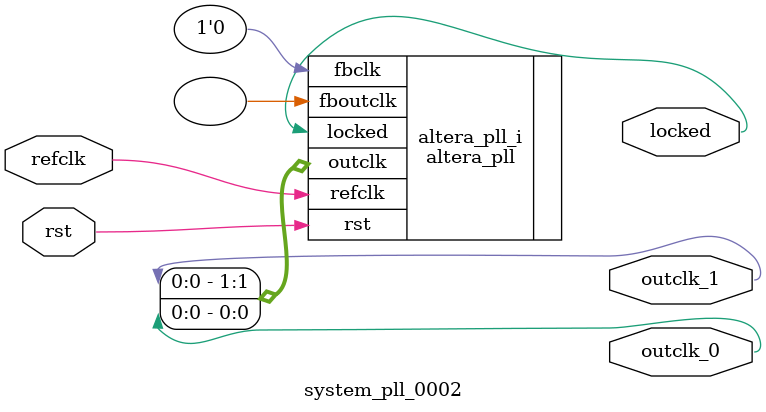
<source format=v>
`timescale 1ns/10ps
module  system_pll_0002(

	// interface 'refclk'
	input wire refclk,

	// interface 'reset'
	input wire rst,

	// interface 'outclk0'
	output wire outclk_0,

	// interface 'outclk1'
	output wire outclk_1,

	// interface 'locked'
	output wire locked
);

	altera_pll #(
		.fractional_vco_multiplier("false"),
		.reference_clock_frequency("50.0 MHz"),
		.operation_mode("direct"),
		.number_of_clocks(2),
		.output_clock_frequency0("100.000000 MHz"),
		.phase_shift0("0 ps"),
		.duty_cycle0(50),
		.output_clock_frequency1("40.000000 MHz"),
		.phase_shift1("0 ps"),
		.duty_cycle1(50),
		.output_clock_frequency2("0 MHz"),
		.phase_shift2("0 ps"),
		.duty_cycle2(50),
		.output_clock_frequency3("0 MHz"),
		.phase_shift3("0 ps"),
		.duty_cycle3(50),
		.output_clock_frequency4("0 MHz"),
		.phase_shift4("0 ps"),
		.duty_cycle4(50),
		.output_clock_frequency5("0 MHz"),
		.phase_shift5("0 ps"),
		.duty_cycle5(50),
		.output_clock_frequency6("0 MHz"),
		.phase_shift6("0 ps"),
		.duty_cycle6(50),
		.output_clock_frequency7("0 MHz"),
		.phase_shift7("0 ps"),
		.duty_cycle7(50),
		.output_clock_frequency8("0 MHz"),
		.phase_shift8("0 ps"),
		.duty_cycle8(50),
		.output_clock_frequency9("0 MHz"),
		.phase_shift9("0 ps"),
		.duty_cycle9(50),
		.output_clock_frequency10("0 MHz"),
		.phase_shift10("0 ps"),
		.duty_cycle10(50),
		.output_clock_frequency11("0 MHz"),
		.phase_shift11("0 ps"),
		.duty_cycle11(50),
		.output_clock_frequency12("0 MHz"),
		.phase_shift12("0 ps"),
		.duty_cycle12(50),
		.output_clock_frequency13("0 MHz"),
		.phase_shift13("0 ps"),
		.duty_cycle13(50),
		.output_clock_frequency14("0 MHz"),
		.phase_shift14("0 ps"),
		.duty_cycle14(50),
		.output_clock_frequency15("0 MHz"),
		.phase_shift15("0 ps"),
		.duty_cycle15(50),
		.output_clock_frequency16("0 MHz"),
		.phase_shift16("0 ps"),
		.duty_cycle16(50),
		.output_clock_frequency17("0 MHz"),
		.phase_shift17("0 ps"),
		.duty_cycle17(50),
		.pll_type("General"),
		.pll_subtype("General")
	) altera_pll_i (
		.rst	(rst),
		.outclk	({outclk_1, outclk_0}),
		.locked	(locked),
		.fboutclk	( ),
		.fbclk	(1'b0),
		.refclk	(refclk)
	);
endmodule


</source>
